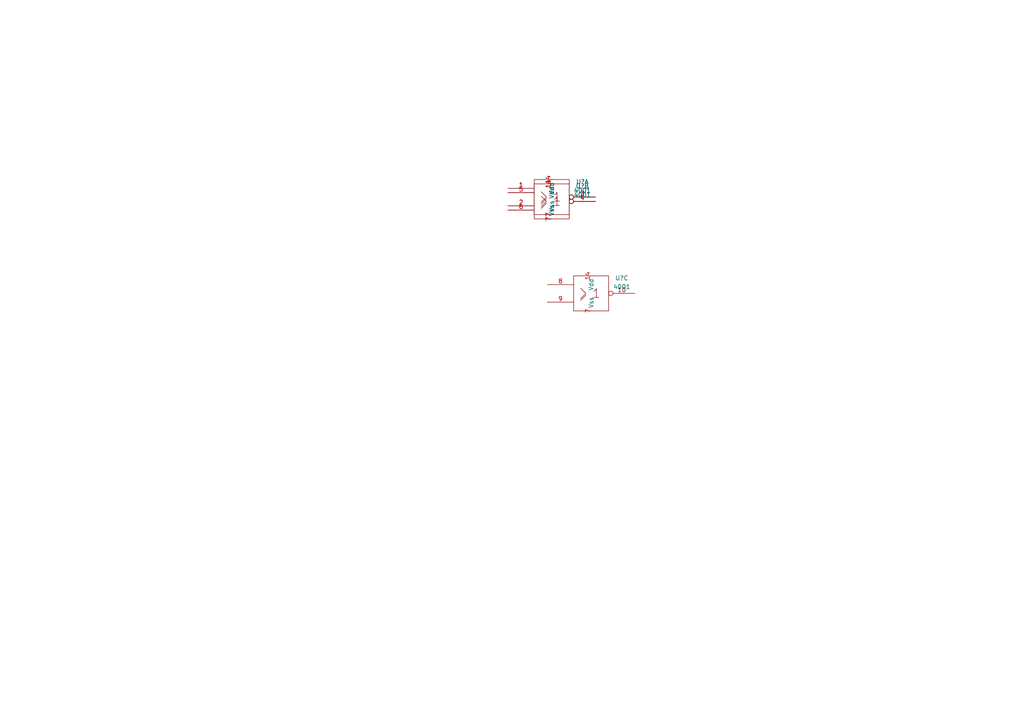
<source format=kicad_sch>
(kicad_sch (version 20211123) (generator eeschema)
  (paper "A4")
  (lib_symbols
    (symbol "4xxx_IEEE:4001" (pin_names (offset 0.762))
      (property "Reference" "U" (at 3.81 6.35 0))
      (property "Value" "4001" (at 3.81 -6.35 0))
      (symbol "4001_0_0"
        (rectangle (start -5.08 5.08) (end 5.08 -5.08))
        (text "1" (at 1.524 0 0) (effects (font (size 2.54 2.54))))
        (pin power_in line (at 0 5.08 270) (length 0) (name "Vdd") (number "14"))
        (pin power_in line (at 0 -5.08 90) (length 0) (name "Vss") (number "7"))
      )
      (symbol "4001_0_1"
        (polyline (pts (xy -3.048 -2.032) (xy -1.524 -0.508) (xy -1.524 -0.508)))
        (polyline (pts (xy -3.048 1.524) (xy -1.524 0) (xy -3.048 -1.524) (xy -3.048 -1.524)))
      )
      (symbol "4001_1_1"
        (pin input line (at -12.7 2.54 0) (length 7.62) (name "~") (number "1"))
        (pin input line (at -12.7 -2.54 0) (length 7.62) (name "~") (number "2"))
        (pin output inverted (at 12.7 0 180) (length 7.62) (name "~") (number "3"))
      )
      (symbol "4001_2_1"
        (pin output inverted (at 12.7 0 180) (length 7.62) (name "~") (number "4"))
        (pin input line (at -12.7 2.54 0) (length 7.62) (name "~") (number "5"))
        (pin input line (at -12.7 -2.54 0) (length 7.62) (name "~") (number "6"))
      )
      (symbol "4001_3_1"
        (pin output inverted (at 12.7 0 180) (length 7.62) (name "~") (number "10"))
        (pin input line (at -12.7 2.54 0) (length 7.62) (name "~") (number "8"))
        (pin input line (at -12.7 -2.54 0) (length 7.62) (name "~") (number "9"))
      )
      (symbol "4001_4_1"
        (pin output inverted (at 12.7 0 180) (length 7.62) (name "~") (number "11"))
        (pin input line (at -12.7 2.54 0) (length 7.62) (name "~") (number "12"))
        (pin input line (at -12.7 -2.54 0) (length 7.62) (name "~") (number "13"))
      )
    )
  )
  (symbol (lib_id "4xxx_IEEE:4001") (at 160.02 57.15 0) (unit 1)
    (property "Reference" "U?" (at 168.91 52.705 0))
    (property "Value" "4001" (at 168.91 55.245 0))
  )
  (symbol (lib_id "4xxx_IEEE:4001") (at 160.02 58.42 0) (unit 2)
    (property "Reference" "U?" (at 168.91 53.975 0))
    (property "Value" "4001" (at 168.91 56.515 0))
  )
  (symbol (lib_id "4xxx_IEEE:4001") (at 171.45 85.09 0) (unit 3)
    (property "Reference" "U?" (at 180.34 80.645 0))
    (property "Value" "4001" (at 180.34 83.185 0))
  )
)
</source>
